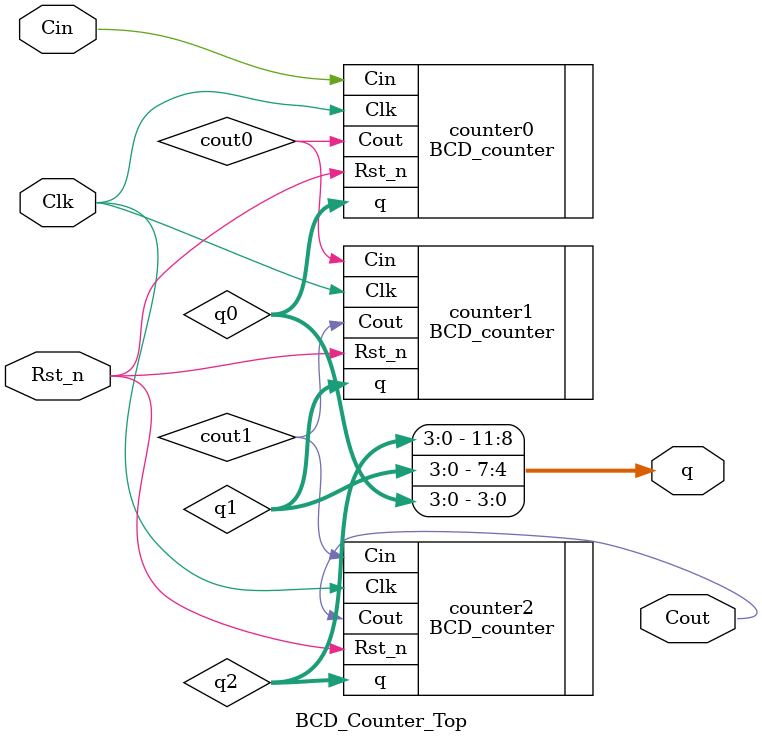
<source format=v>
module BCD_Counter_Top(Clk, Cin, Rst_n, Cout, q);
	input Clk;
	input Cin;
	input Rst_n;
	
	output Cout;
	output [11:0]q;
	
	wire cout0,cout1;
	wire [3:0]q0,q1,q2;
	
	assign q = {q2, q1, q0};   // 位拼接
	
	BCD_counter counter0(
		.Clk(Clk), 
		.Cin(Cin), 
		.Rst_n(Rst_n), 
		.Cout(cout0), 
		.q(q0)
	);
	
	BCD_counter counter1(
		.Clk(Clk), 
		.Cin(cout0), 
		.Rst_n(Rst_n), 
		.Cout(cout1), 
		.q(q1)
	);
	
	BCD_counter counter2(
		.Clk(Clk), 
		.Cin(cout1), 
		.Rst_n(Rst_n), 
		.Cout(Cout), 
		.q(q2)
	);



endmodule

</source>
